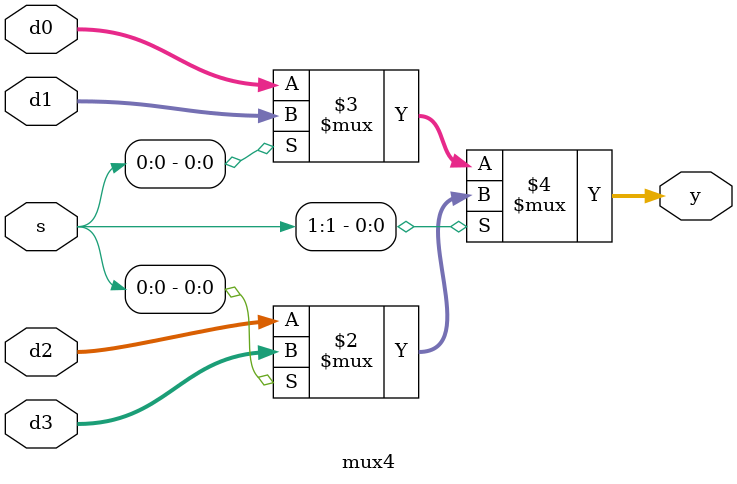
<source format=v>

/* 
 * description: an ALU that performs three operations: addition, ANDing and subtraction,
 * based on the control singal ALUOp	
 * inputs: a, b, alucont
 * output: result
 */
module alu(input	[15:0] a, b, 
		   input	[2:0]  alucont,
           output reg [15:0] result);


  always@(*)
    case(alucont)
      3'b000: result <= a & b;
      3'b001: result <= a + b;
      3'b010: result <= a - b;
	  3'b011: result <= a << b;
	  3'b100: result <= a >> b;
	  3'b101: result <= a - 1;
      default: result <= 16'bxxxxxxxxxxxxxxxx;
	
    endcase
endmodule

/* 
 * description: a register file consisting of 7 16-bit registers with two read ports and one write port.	
 * inputs: clk, RegWr, Rs1, Rs2, Rd, WBus
 * output: Bus1, Bus2
 */
 /*
module regfile(input         clk, 
               input         RegWr, 
               input  [2:0]  Rs1, Rs2, Rd, 
               input  [15:0] WBus, 
               output reg [15:0] Bus1, Bus2);

	reg [15:0] rf[7:0];
	

	always @(posedge clk)
		if (RegWr)
			rf[Rd] <= WBus ;
 
			
  	assign Bus1 =  rf[Rs1];
  	assign Bus2 =  rf[Rs2];
			  

  
endmodule				
*/

module regfile(
    input         clk, 
    input         RegWr, 
    input  [2:0]  Rs1, Rs2, Rd, 
    input  [15:0] WBus, 
    output reg [15:0] Bus1, Bus2
);

    reg [15:0] rf[7:0]; // Register file with 8 registers of 16-bit each

    // Initialize register file
    integer i;
    initial begin
        for (i = 0; i < 8; i = i + 1)
            rf[i] = 16'h0000;
    end

    // Write logic
    always @(posedge clk) begin
        if (RegWr)
            rf[Rd] <= WBus;
    end

    // Read logic
    always @(negedge clk) begin
        Bus1 = rf[Rs1];
        Bus2 = rf[Rs2];
    end

endmodule


/* 
 * description: a two-input adder that produces the addition result.	
 * inputs: a, b
 * output: y
 */
module adder(input  [15:0] a, b,
             output [15:0] y);

  assign y = a + b;
endmodule

/* 
 * description: a two-input subtractor that produces the subtraction result along with zero, negative and overflow flags.	
 * inputs: a, b
 * output: Z, y
 */
module subtractor(input  [15:0] a, b,
				output	Z, 
             	output [15:0] y);
				 
	assign y = a - b;
	assign Z = ~|y;

endmodule
				 
/* 
 * description: a sign extender that extends an n-bit input to produce a 16-bit output based on a control signal.	
 * inputs: a, extendcont
 * output: y
 */
module signext #(parameter WIDTH = 6) // sign extender with input of size WIDTH, extend control signal, and output of size 16.
				(input  [WIDTH-1:0] a,
				input	extendcont,
				output [15:0] y);
              
  assign y = extendcont ? {{(16-WIDTH){a[WIDTH-1]}}, a} : {{(16-WIDTH){1'b0}}, a};
endmodule

/* 
 * description: an n-bit register with reset.	
 * inputs: clk, reset, d
 * output: q
 */
module flopr #(parameter WIDTH = 16) // register with reset
              (input                  clk, reset,
               input      [WIDTH-1:0] d, 
               output reg [WIDTH-1:0] q);

  always @(negedge clk, posedge reset)
    if (reset) q <= 0;
    else       q <= d;
endmodule

/* 
 * description: an n-bit register with enable and reset.	
 * inputs: clk, reset, en, d
 * output: q
 */
module flopenr #(parameter WIDTH = 16)
                (input                  clk, reset,
                 input                  en,
                 input      [WIDTH-1:0] d, 
                 output reg [WIDTH-1:0] q);
 
  always @(negedge clk, posedge reset)
    if      (reset) q <= 0;
    else if (en)    q <= d;
endmodule

/* 
 * description: a 2*1 multiplexer that selects one of the four input data based on one selection bit. 	
 * inputs: d0, d1, s
 * output: y
 */
module mux2 #(parameter WIDTH = 16)
             (input  [WIDTH-1:0] d0, d1, 
              input              s, 
              output [WIDTH-1:0] y);

  assign y = s ? d1 : d0; 
endmodule

/* 
 * description: a 4*1 multiplexer that selects one of the four input data based on two selection bits. 	
 * inputs: d0, d1, d2, d3, s
 * output: y
 */
module mux4 #(parameter WIDTH = 16)
             (input  [WIDTH-1:0] d0, d1, d2, d3,
              input  [1:0]       s, 
              output [WIDTH-1:0] y);

  assign y = s[1] ? (s[0] ? d3 : d2) : (s[0] ? d1 : d0); 
endmodule
</source>
